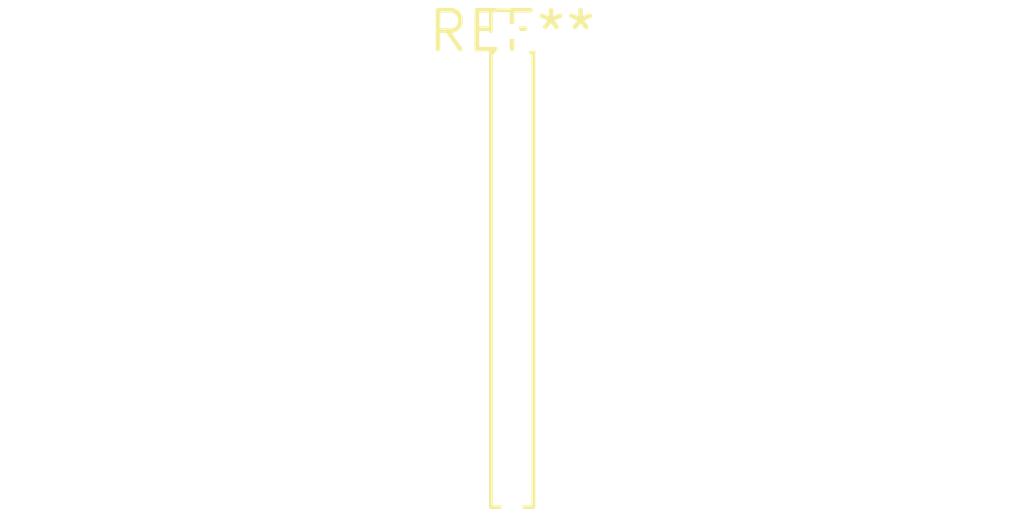
<source format=kicad_pcb>
(kicad_pcb (version 20240108) (generator pcbnew)
  (layers (0 "F.Cu" signal) (31 "B.Cu" signal) (34 "B.Paste" user) (35 "F.Paste" user) (36 "B.SilkS" user "B.Silkscreen") (37 "F.SilkS" user "F.Silkscreen") (38 "B.Mask" user) (39 "F.Mask" user) (44 "Edge.Cuts" user))
  (net 0 "")
  (footprint "PinHeader_1x16_P1.00mm_Vertical" (layer "F.Cu") (at 0 0)
    (property "Reference" "REF**")
    (property "Value" "PinHeader_1x16_P1.00mm_Vertical")
    (fp_line (start -0.695 -0.685) (end 0 -0.685) (layer "F.SilkS") (stroke (width 0.12)))
    (fp_line (start -0.695 0) (end -0.695 -0.685) (layer "F.SilkS") (stroke (width 0.12)))
    (fp_line (start -0.695 0.685) (end -0.695 15.56) (layer "F.SilkS") (stroke (width 0.12)))
    (fp_line (start -0.695 0.685) (end -0.608276 0.685) (layer "F.SilkS") (stroke (width 0.12)))
    (fp_line (start -0.695 15.56) (end -0.394493 15.56) (layer "F.SilkS") (stroke (width 0.12)))
    (fp_line (start 0.394493 15.56) (end 0.695 15.56) (layer "F.SilkS") (stroke (width 0.12)))
    (fp_line (start 0.608276 0.685) (end 0.695 0.685) (layer "F.SilkS") (stroke (width 0.12)))
    (fp_line (start 0.695 0.685) (end 0.695 15.56) (layer "F.SilkS") (stroke (width 0.12)))
    (pad "1" thru_hole rect (at 0 0) (size 0.85 0.85) (drill 0.5) (layers *.Cu *.Mask) (remove_unused_layers))
    (pad "2" thru_hole oval (at 0 1) (size 0.85 0.85) (drill 0.5) (layers *.Cu *.Mask) (remove_unused_layers))
    (pad "3" thru_hole oval (at 0 2) (size 0.85 0.85) (drill 0.5) (layers *.Cu *.Mask) (remove_unused_layers))
    (pad "4" thru_hole oval (at 0 3) (size 0.85 0.85) (drill 0.5) (layers *.Cu *.Mask) (remove_unused_layers))
    (pad "5" thru_hole oval (at 0 4) (size 0.85 0.85) (drill 0.5) (layers *.Cu *.Mask) (remove_unused_layers))
    (pad "6" thru_hole oval (at 0 5) (size 0.85 0.85) (drill 0.5) (layers *.Cu *.Mask) (remove_unused_layers))
    (pad "7" thru_hole oval (at 0 6) (size 0.85 0.85) (drill 0.5) (layers *.Cu *.Mask) (remove_unused_layers))
    (pad "8" thru_hole oval (at 0 7) (size 0.85 0.85) (drill 0.5) (layers *.Cu *.Mask) (remove_unused_layers))
    (pad "9" thru_hole oval (at 0 8) (size 0.85 0.85) (drill 0.5) (layers *.Cu *.Mask) (remove_unused_layers))
    (pad "10" thru_hole oval (at 0 9) (size 0.85 0.85) (drill 0.5) (layers *.Cu *.Mask) (remove_unused_layers))
    (pad "11" thru_hole oval (at 0 10) (size 0.85 0.85) (drill 0.5) (layers *.Cu *.Mask) (remove_unused_layers))
    (pad "12" thru_hole oval (at 0 11) (size 0.85 0.85) (drill 0.5) (layers *.Cu *.Mask) (remove_unused_layers))
    (pad "13" thru_hole oval (at 0 12) (size 0.85 0.85) (drill 0.5) (layers *.Cu *.Mask) (remove_unused_layers))
    (pad "14" thru_hole oval (at 0 13) (size 0.85 0.85) (drill 0.5) (layers *.Cu *.Mask) (remove_unused_layers))
    (pad "15" thru_hole oval (at 0 14) (size 0.85 0.85) (drill 0.5) (layers *.Cu *.Mask) (remove_unused_layers))
    (pad "16" thru_hole oval (at 0 15) (size 0.85 0.85) (drill 0.5) (layers *.Cu *.Mask) (remove_unused_layers))
  )
)
</source>
